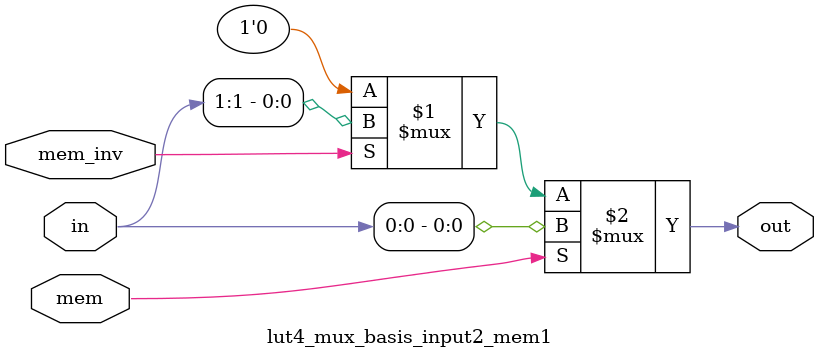
<source format=v>

`default_nettype wire

module mux_tree_tapbuf_basis_input2_mem1(in,
                                         mem,
                                         mem_inv,
                                         out);
//----- INPUT PORTS -----
input [0:1] in;
//----- INPUT PORTS -----
input [0:0] mem;
//----- INPUT PORTS -----
input [0:0] mem_inv;
//----- OUTPUT PORTS -----
output [0:0] out;

//----- BEGIN Registered ports -----
//----- END Registered ports -----



// ----- BEGIN Local short connections -----
// ----- END Local short connections -----
// ----- BEGIN Local output short connections -----
// ----- END Local output short connections -----

/*
	TGATE TGATE_0_ (
		.in(in[0]),
		.sel(mem),
		.selb(mem_inv),
		.out(out));

	TGATE TGATE_1_ (
		.in(in[1]),
		.sel(mem_inv),
		.selb(mem),
		.out(out));
*/
	assign out = mem ? in[0] :
             mem_inv ? in[1] : 1'b0;  // or 'bz if you want tri-state

endmodule
// ----- END Verilog module for mux_tree_tapbuf_basis_input2_mem1 -----




// ----- Verilog module for mux_tree_basis_input2_mem1 -----
module mux_tree_basis_input2_mem1(in,
                                  mem,
                                  mem_inv,
                                  out);
//----- INPUT PORTS -----
input [0:1] in;
//----- INPUT PORTS -----
input [0:0] mem;
//----- INPUT PORTS -----
input [0:0] mem_inv;
//----- OUTPUT PORTS -----
output [0:0] out;

//----- BEGIN Registered ports -----
//----- END Registered ports -----



// ----- BEGIN Local short connections -----
// ----- END Local short connections -----
// ----- BEGIN Local output short connections -----
// ----- END Local output short connections -----

/*
	TGATE TGATE_0_ (
		.in(in[0]),
		.sel(mem),
		.selb(mem_inv),
		.out(out));

	TGATE TGATE_1_ (
		.in(in[1]),
		.sel(mem_inv),
		.selb(mem),
		.out(out));
*/
 // if mem=1, pick in[0]; if mem_inv=1, pick in[1]
  assign out = mem ? in[0] :
               mem_inv ? in[1] : 1'b0; // or 'bz if it should float



endmodule
// ----- END Verilog module for mux_tree_basis_input2_mem1 -----




// ----- Verilog module for lut4_mux_basis_input2_mem1 -----
module lut4_mux_basis_input2_mem1(in,
                                  mem,
                                  mem_inv,
                                  out);
//----- INPUT PORTS -----
input [0:1] in;
//----- INPUT PORTS -----
input [0:0] mem;
//----- INPUT PORTS -----
input [0:0] mem_inv;
//----- OUTPUT PORTS -----
output [0:0] out;

//----- BEGIN Registered ports -----
//----- END Registered ports -----



// ----- BEGIN Local short connections -----
// ----- END Local short connections -----
// ----- BEGIN Local output short connections -----
// ----- END Local output short connections -----

/*
	TGATE TGATE_0_ (
		.in(in[0]),
		.sel(mem),
		.selb(mem_inv),
		.out(out));

	TGATE TGATE_1_ (
		.in(in[1]),
		.sel(mem_inv),
		.selb(mem),
		.out(out));
*/

 // if mem=1, pick in[0]; if mem_inv=1, pick in[1]
  assign out = mem ? in[0] :
               mem_inv ? in[1] : 1'b0; // or 'bz if it should float

endmodule
// ----- END Verilog module for lut4_mux_basis_input2_mem1 -----





</source>
